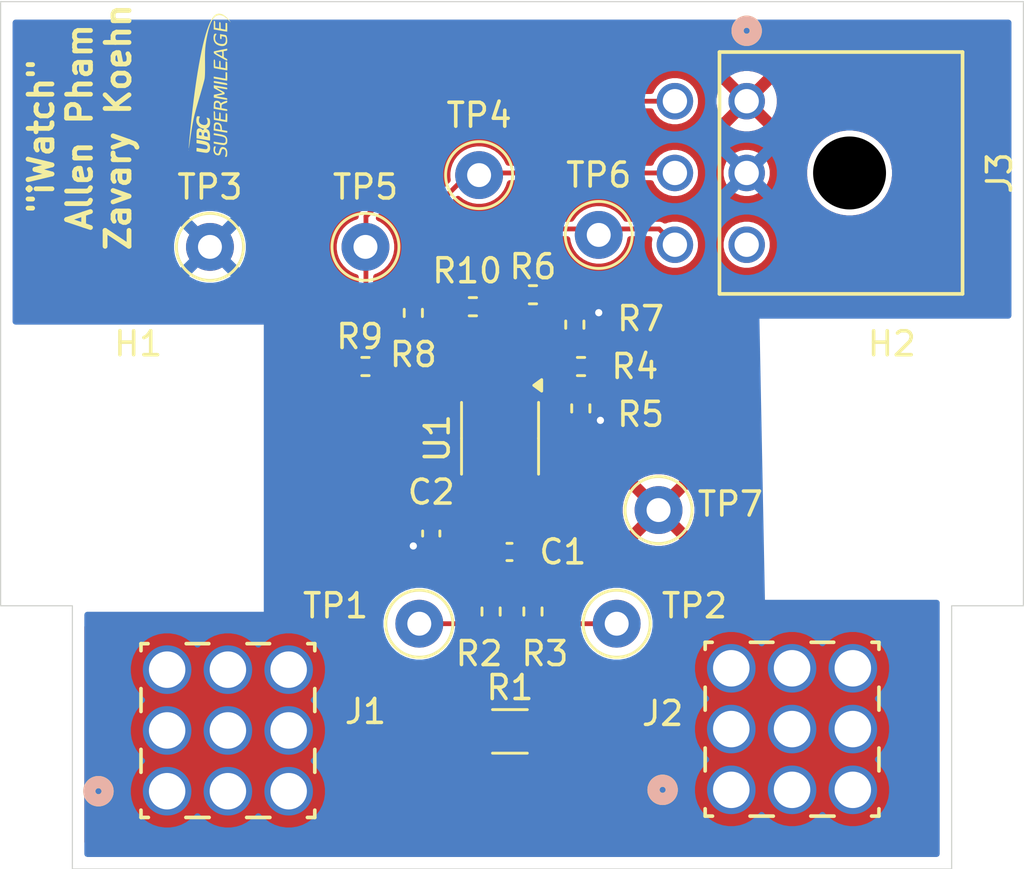
<source format=kicad_pcb>
(kicad_pcb (version 20241229) (generator "pcbnew") (generator_version "9.0")
  (layers (0 "F.Cu" signal) (2 "B.Cu" signal) (13 "F.Paste" user) (15 "B.Paste" user) (5 "F.SilkS" user "F.Silkscreen") (7 "B.SilkS" user "B.Silkscreen") (1 "F.Mask" user) (3 "B.Mask" user) (25 "Edge.Cuts" user))
  (net 0 "")
  (net 1 "GND")
  (net 2 "Net-(U1-Vin-)")
  (net 3 "Net-(U1-Vin+)")
  (net 4 "+3.3V")
  (net 5 "/IN+")
  (net 6 "/IN-")
  (net 7 "Net-(U1-A1)")
  (net 8 "Net-(U1-A0)")
  (net 9 "Net-(J3-Pin_6)")
  (net 10 "Net-(J3-Pin_5)")
  (net 12 "Net-(J3-Pin_4)")
  (footprint "TestPoint:TestPoint_Keystone_5000-5004_Miniature" (layer "F.Cu") (at 142.5 102.75)
    (property "Reference" "TP7" (at 3 -0.25 0) (layer "F.SilkS"))
    (property "Value" "3.3V")
    (pad "1" thru_hole circle (at 0 0) (size 2 2) (drill 1) (layers "*.Cu" "*.Mask") (net 4 "+3.3V"))
  )
  (footprint "MountingHole:MountingHole_4.3mm_M4_DIN965" (layer "F.Cu") (at 152.25 100.5)
    (property "Reference" "H2" (at 0 -4.7 0) (layer "F.SilkS"))
    (property "Value" "MountingHole")
    (pad "" np_thru_hole circle (at 0 0) (size 4.3 4.3) (drill 4.3) (layers "*.Cu" "*.Mask"))
  )
  (footprint "Package_SO:VSSOP-10_3x3mm_P0.5mm" (layer "F.Cu") (at 135.875 99.75 -90)
    (property "Reference" "U1" (at 0 2.625 90) (layer "F.SilkS"))
    (property "Value" "INA228")
    (pad "1" smd roundrect (at -2.2 -1 270) (size 1.45 0.3) (layers "F.Cu" "F.Mask" "F.Paste") (net 7 "Net-(U1-A1)"))
    (pad "2" smd roundrect (at -2.2 -0.5 270) (size 1.45 0.3) (layers "F.Cu" "F.Mask" "F.Paste") (net 8 "Net-(U1-A0)"))
    (pad "3" smd roundrect (at -2.2 0 270) (size 1.45 0.3) (layers "F.Cu" "F.Mask" "F.Paste") (net 9 "Net-(J3-Pin_6)"))
    (pad "4" smd roundrect (at -2.2 0.5 270) (size 1.45 0.3) (layers "F.Cu" "F.Mask" "F.Paste") (net 10 "Net-(J3-Pin_5)"))
    (pad "5" smd roundrect (at -2.2 1 270) (size 1.45 0.3) (layers "F.Cu" "F.Mask" "F.Paste") (net 12 "Net-(J3-Pin_4)"))
    (pad "6" smd roundrect (at 2.2 1 270) (size 1.45 0.3) (layers "F.Cu" "F.Mask" "F.Paste") (net 4 "+3.3V"))
    (pad "7" smd roundrect (at 2.2 0.5 270) (size 1.45 0.3) (layers "F.Cu" "F.Mask" "F.Paste") (net 1 "GND"))
    (pad "8" smd roundrect (at 2.2 0 270) (size 1.45 0.3) (layers "F.Cu" "F.Mask" "F.Paste") (net 5 "/IN+"))
    (pad "9" smd roundrect (at 2.2 -0.5 270) (size 1.45 0.3) (layers "F.Cu" "F.Mask" "F.Paste") (net 2 "Net-(U1-Vin-)"))
    (pad "10" smd roundrect (at 2.2 -1 270) (size 1.45 0.3) (layers "F.Cu" "F.Mask" "F.Paste") (net 3 "Net-(U1-Vin+)"))
  )
  (footprint "Resistor_SMD:R_0402_1005Metric" (layer "F.Cu") (at 134.74 94.25 180)
    (property "Reference" "R10" (at 0.24 1.5 0) (layer "F.SilkS"))
    (property "Value" "10K")
    (pad "1" smd roundrect (at -0.51 0 180) (size 0.54 0.64) (layers "F.Cu" "F.Mask" "F.Paste") (net 9 "Net-(J3-Pin_6)"))
    (pad "2" smd roundrect (at 0.51 0 180) (size 0.54 0.64) (layers "F.Cu" "F.Mask" "F.Paste") (net 4 "+3.3V"))
  )
  (footprint "TestPoint:TestPoint_Keystone_5000-5004_Miniature" (layer "F.Cu") (at 140 91.25)
    (property "Reference" "TP6" (at 0 -2.5 0) (layer "F.SilkS"))
    (property "Value" "Alert")
    (pad "1" thru_hole circle (at 0 0) (size 2 2) (drill 1) (layers "*.Cu" "*.Mask") (net 9 "Net-(J3-Pin_6)"))
  )
  (footprint "ul_7461096:CONN9_1096_WRE" (layer "F.Cu") (at 121.96 114.5)
    (property "Reference" "J1" (at 8.29 -3.331327 0) (layer "F.SilkS"))
    (property "Value" "7461096")
    (pad "1" thru_hole circle (at 0 0) (size 2.032 2.032) (drill 1.524) (layers "*.Cu" "*.Mask") (net 5 "/IN+"))
    (pad "2" thru_hole circle (at 2.54 0) (size 2.032 2.032) (drill 1.524) (layers "*.Cu" "*.Mask") (net 5 "/IN+"))
    (pad "3" thru_hole circle (at 5.08 0) (size 2.032 2.032) (drill 1.524) (layers "*.Cu" "*.Mask") (net 5 "/IN+"))
    (pad "4" thru_hole circle (at 0 -2.54) (size 2.032 2.032) (drill 1.524) (layers "*.Cu" "*.Mask") (net 5 "/IN+"))
    (pad "5" thru_hole circle (at 2.54 -2.54) (size 2.032 2.032) (drill 1.524) (layers "*.Cu" "*.Mask") (net 5 "/IN+"))
    (pad "6" thru_hole circle (at 5.08 -2.54) (size 2.032 2.032) (drill 1.524) (layers "*.Cu" "*.Mask") (net 5 "/IN+"))
    (pad "7" thru_hole circle (at 0 -5.08) (size 2.032 2.032) (drill 1.524) (layers "*.Cu" "*.Mask") (net 5 "/IN+"))
    (pad "8" thru_hole circle (at 2.54 -5.08) (size 2.032 2.032) (drill 1.524) (layers "*.Cu" "*.Mask") (net 5 "/IN+"))
    (pad "9" thru_hole circle (at 5.08 -5.08) (size 2.032 2.032) (drill 1.524) (layers "*.Cu" "*.Mask") (net 5 "/IN+"))
  )
  (footprint "TestPoint:TestPoint_Keystone_5000-5004_Miniature" (layer "F.Cu") (at 123.75 91.75)
    (property "Reference" "TP3" (at 0 -2.5 0) (layer "F.SilkS"))
    (property "Value" "GND")
    (pad "1" thru_hole circle (at 0 0) (size 2 2) (drill 1) (layers "*.Cu" "*.Mask") (net 1 "GND"))
  )
  (footprint "ul_7461096:CONN9_1096_WRE" (layer "F.Cu") (at 145.5395 114.4431)
    (property "Reference" "J2" (at -2.8702 -3.1931 0) (layer "F.SilkS"))
    (property "Value" "7461096")
    (pad "1" thru_hole circle (at 0 0) (size 2.032 2.032) (drill 1.524) (layers "*.Cu" "*.Mask") (net 6 "/IN-"))
    (pad "2" thru_hole circle (at 2.54 0) (size 2.032 2.032) (drill 1.524) (layers "*.Cu" "*.Mask") (net 6 "/IN-"))
    (pad "3" thru_hole circle (at 5.08 0) (size 2.032 2.032) (drill 1.524) (layers "*.Cu" "*.Mask") (net 6 "/IN-"))
    (pad "4" thru_hole circle (at 0 -2.54) (size 2.032 2.032) (drill 1.524) (layers "*.Cu" "*.Mask") (net 6 "/IN-"))
    (pad "5" thru_hole circle (at 2.54 -2.54) (size 2.032 2.032) (drill 1.524) (layers "*.Cu" "*.Mask") (net 6 "/IN-"))
    (pad "6" thru_hole circle (at 5.08 -2.54) (size 2.032 2.032) (drill 1.524) (layers "*.Cu" "*.Mask") (net 6 "/IN-"))
    (pad "7" thru_hole circle (at 0 -5.08) (size 2.032 2.032) (drill 1.524) (layers "*.Cu" "*.Mask") (net 6 "/IN-"))
    (pad "8" thru_hole circle (at 2.54 -5.08) (size 2.032 2.032) (drill 1.524) (layers "*.Cu" "*.Mask") (net 6 "/IN-"))
    (pad "9" thru_hole circle (at 5.08 -5.08) (size 2.032 2.032) (drill 1.524) (layers "*.Cu" "*.Mask") (net 6 "/IN-"))
  )
  (footprint "Resistor_SMD:R_0402_1005Metric" (layer "F.Cu") (at 137.25 106.99 90)
    (property "Reference" "R3" (at -1.76 0.5 180) (layer "F.SilkS"))
    (property "Value" "1.59")
    (pad "1" smd roundrect (at -0.51 0 90) (size 0.54 0.64) (layers "F.Cu" "F.Mask" "F.Paste") (net 6 "/IN-"))
    (pad "2" smd roundrect (at 0.51 0 90) (size 0.54 0.64) (layers "F.Cu" "F.Mask" "F.Paste") (net 2 "Net-(U1-Vin-)"))
  )
  (footprint "Capacitor_SMD:C_0402_1005Metric" (layer "F.Cu") (at 136.27 104.5)
    (property "Reference" "C1" (at 2.23 0 0) (layer "F.SilkS"))
    (property "Value" "0.1uF")
    (pad "1" smd roundrect (at -0.48 0) (size 0.56 0.62) (layers "F.Cu" "F.Mask" "F.Paste") (net 3 "Net-(U1-Vin+)"))
    (pad "2" smd roundrect (at 0.48 0) (size 0.56 0.62) (layers "F.Cu" "F.Mask" "F.Paste") (net 2 "Net-(U1-Vin-)"))
  )
  (footprint "TestPoint:TestPoint_Keystone_5000-5004_Miniature" (layer "F.Cu") (at 130.25 91.75)
    (property "Reference" "TP5" (at 0 -2.5 0) (layer "F.SilkS"))
    (property "Value" "SCL")
    (pad "1" thru_hole circle (at 0 0) (size 2 2) (drill 1) (layers "*.Cu" "*.Mask") (net 12 "Net-(J3-Pin_4)"))
  )
  (footprint "Resistor_SMD:R_0402_1005Metric" (layer "F.Cu") (at 139 95 90)
    (property "Reference" "R7" (at 0.25 2.75 180) (layer "F.SilkS"))
    (property "Value" "0R")
    (pad "1" smd roundrect (at -0.51 0 90) (size 0.54 0.64) (layers "F.Cu" "F.Mask" "F.Paste") (net 8 "Net-(U1-A0)"))
    (pad "2" smd roundrect (at 0.51 0 90) (size 0.54 0.64) (layers "F.Cu" "F.Mask" "F.Paste") (net 1 "GND"))
  )
  (footprint "Capacitor_SMD:C_0402_1005Metric" (layer "F.Cu") (at 133 103.73 -90)
    (property "Reference" "C2" (at -1.73 0 180) (layer "F.SilkS"))
    (property "Value" "0.1uF")
    (pad "1" smd roundrect (at -0.48 0 270) (size 0.56 0.62) (layers "F.Cu" "F.Mask" "F.Paste") (net 4 "+3.3V"))
    (pad "2" smd roundrect (at 0.48 0 270) (size 0.56 0.62) (layers "F.Cu" "F.Mask" "F.Paste") (net 1 "GND"))
  )
  (footprint "TestPoint:TestPoint_Keystone_5000-5004_Miniature" (layer "F.Cu") (at 135 88.75)
    (property "Reference" "TP4" (at 0 -2.5 0) (layer "F.SilkS"))
    (property "Value" "SDA")
    (pad "1" thru_hole circle (at 0 0) (size 2 2) (drill 1) (layers "*.Cu" "*.Mask") (net 10 "Net-(J3-Pin_5)"))
  )
  (footprint "footprints:CONN_2125280000_06_MOL" (layer "F.Cu") (at 146.182999 85.660401 90)
    (property "Reference" "J3" (at -2.999999 10.567001 90) (layer "F.SilkS"))
    (property "Value" "Conn_01x06_Pin")
    (pad "" np_thru_hole circle (at -2.999999 4.300002 90) (size 3.048 3.048) (drill 3.048) (layers))
    (pad "1" thru_hole circle (at 0 0 90) (size 1.524 1.524) (drill 1.016) (layers "*.Cu" "*.Mask") (net 4 "+3.3V"))
    (pad "2" thru_hole circle (at -2.999999 0 90) (size 1.524 1.524) (drill 1.016) (layers "*.Cu" "*.Mask") (net 1 "GND"))
    (pad "3" thru_hole circle (at -5.999998 0 90) (size 1.524 1.524) (drill 1.016) (layers "*.Cu" "*.Mask"))
    (pad "4" thru_hole circle (at 0 -2.999999 90) (size 1.524 1.524) (drill 1.016) (layers "*.Cu" "*.Mask") (net 12 "Net-(J3-Pin_4)"))
    (pad "5" thru_hole circle (at -2.999999 -2.999999 90) (size 1.524 1.524) (drill 1.016) (layers "*.Cu" "*.Mask") (net 10 "Net-(J3-Pin_5)"))
    (pad "6" thru_hole circle (at -5.999998 -2.999999 90) (size 1.524 1.524) (drill 1.016) (layers "*.Cu" "*.Mask") (net 9 "Net-(J3-Pin_6)"))
  )
  (footprint "Resistor_SMD:R_0402_1005Metric" (layer "F.Cu") (at 137.25 93.75)
    (property "Reference" "R6" (at 0 -1.17 0) (layer "F.SilkS"))
    (property "Value" "0R")
    (pad "1" smd roundrect (at -0.51 0) (size 0.54 0.64) (layers "F.Cu" "F.Mask" "F.Paste") (net 4 "+3.3V"))
    (pad "2" smd roundrect (at 0.51 0) (size 0.54 0.64) (layers "F.Cu" "F.Mask" "F.Paste") (net 8 "Net-(U1-A0)"))
  )
  (footprint "Resistor_SMD:R_0402_1005Metric" (layer "F.Cu") (at 139.25 98.5 -90)
    (property "Reference" "R5" (at 0.25 -2.5 180) (layer "F.SilkS"))
    (property "Value" "0R")
    (pad "1" smd roundrect (at -0.51 0 270) (size 0.54 0.64) (layers "F.Cu" "F.Mask" "F.Paste") (net 7 "Net-(U1-A1)"))
    (pad "2" smd roundrect (at 0.51 0 270) (size 0.54 0.64) (layers "F.Cu" "F.Mask" "F.Paste") (net 1 "GND"))
  )
  (footprint "Resistor_SMD:R_1206_3216Metric" (layer "F.Cu") (at 136.2875 112)
    (property "Reference" "R1" (at 0 -1.83 0) (layer "F.SilkS"))
    (property "Value" "5.5m")
    (pad "1" smd roundrect (at -1.4625 0) (size 1.125 1.75) (layers "F.Cu" "F.Mask" "F.Paste") (roundrect_rratio 0.222222) (net 5 "/IN+"))
    (pad "2" smd roundrect (at 1.4625 0) (size 1.125 1.75) (layers "F.Cu" "F.Mask" "F.Paste") (roundrect_rratio 0.222222) (net 6 "/IN-"))
  )
  (footprint "MountingHole:MountingHole_4.3mm_M4_DIN965" (layer "F.Cu") (at 120.75 100.5)
    (property "Reference" "H1" (at 0 -4.7 0) (layer "F.SilkS"))
    (property "Value" "MountingHole")
    (pad "" np_thru_hole circle (at 0 0) (size 4.3 4.3) (drill 4.3) (layers "*.Cu" "*.Mask"))
  )
  (footprint "TestPoint:TestPoint_Keystone_5000-5004_Miniature" (layer "F.Cu") (at 132.5 107.5)
    (property "Reference" "TP1" (at -3.5 -0.75 0) (layer "F.SilkS"))
    (property "Value" "IN+")
    (pad "1" thru_hole circle (at 0 0) (size 2 2) (drill 1) (layers "*.Cu" "*.Mask") (net 5 "/IN+"))
  )
  (footprint "Resistor_SMD:R_0402_1005Metric" (layer "F.Cu") (at 132.25 94.51 -90)
    (property "Reference" "R8" (at 1.74 0 0) (layer "F.SilkS"))
    (property "Value" "10K")
    (pad "1" smd roundrect (at -0.51 0 270) (size 0.54 0.64) (layers "F.Cu" "F.Mask" "F.Paste") (net 10 "Net-(J3-Pin_5)"))
    (pad "2" smd roundrect (at 0.51 0 270) (size 0.54 0.64) (layers "F.Cu" "F.Mask" "F.Paste") (net 4 "+3.3V"))
  )
  (footprint "Resistor_SMD:R_0402_1005Metric" (layer "F.Cu") (at 130.25 96.75 180)
    (property "Reference" "R9" (at 0.24 1.25 0) (layer "F.SilkS"))
    (property "Value" "10K")
    (pad "1" smd roundrect (at -0.51 0 180) (size 0.54 0.64) (layers "F.Cu" "F.Mask" "F.Paste") (net 12 "Net-(J3-Pin_4)"))
    (pad "2" smd roundrect (at 0.51 0 180) (size 0.54 0.64) (layers "F.Cu" "F.Mask" "F.Paste") (net 4 "+3.3V"))
  )
  (footprint "Resistor_SMD:R_0402_1005Metric" (layer "F.Cu") (at 139.26 96.75 180)
    (property "Reference" "R4" (at -2.25 0 0) (layer "F.SilkS"))
    (property "Value" "0R")
    (pad "1" smd roundrect (at -0.51 0 180) (size 0.54 0.64) (layers "F.Cu" "F.Mask" "F.Paste") (net 4 "+3.3V"))
    (pad "2" smd roundrect (at 0.51 0 180) (size 0.54 0.64) (layers "F.Cu" "F.Mask" "F.Paste") (net 7 "Net-(U1-A1)"))
  )
  (footprint "LOGO" (layer "F.Cu") (at 123.75 85 90)
    (property "Reference" "G***" (hide yes))
    (property "Value" "LOGO" (hide yes))
  )
  (footprint "TestPoint:TestPoint_Keystone_5000-5004_Miniature" (layer "F.Cu") (at 140.75 107.5)
    (property "Reference" "TP2" (at 3.25 -0.75 0) (layer "F.SilkS"))
    (property "Value" "IN-")
    (pad "1" thru_hole circle (at 0 0) (size 2 2) (drill 1) (layers "*.Cu" "*.Mask") (net 6 "/IN-"))
  )
  (footprint "Resistor_SMD:R_0402_1005Metric" (layer "F.Cu") (at 135.5 106.99 90)
    (property "Reference" "R2" (at -1.76 -0.5 180) (layer "F.SilkS"))
    (property "Value" "1.59")
    (pad "1" smd roundrect (at -0.51 0 90) (size 0.54 0.64) (layers "F.Cu" "F.Mask" "F.Paste") (net 5 "/IN+"))
    (pad "2" smd roundrect (at 0.51 0 90) (size 0.54 0.64) (layers "F.Cu" "F.Mask" "F.Paste") (net 3 "Net-(U1-Vin+)"))
  )
  (gr_poly (pts (xy 157.75 106.75) (xy 157.75 95) (xy 157.75 81.5) (xy 115 81.5) (xy 115 95.5) (xy 115 106.75) (xy 118 106.75) (xy 118 117.75) (xy 154.75 117.75) (xy 154.75 106.75)) (stroke (width 0.05)) (fill no) (layer "Edge.Cuts"))
  (gr_text "{dblquote}iWatch{dblquote} \nAllen Pham\nZavary Koehn\n" (at 120.5 86.75 90) (layer "F.SilkS") (effects (font (size 1 1) (thickness 0.2) (bold yes)) (justify bottom)))
  (segment (start 139.26 99) (end 139.25 99.01) (width 0.2) (layer "F.Cu") (net 1))
  (segment (start 133 104.21) (end 134.04 104.21) (width 0.2) (layer "F.Cu") (net 1))
  (segment (start 132.29 104.21) (end 132.25 104.25) (width 0.2) (layer "F.Cu") (net 1))
  (segment (start 139 94.49) (end 139.99 94.49) (width 0.2) (layer "F.Cu") (net 1))
  (segment (start 134.04 104.21) (end 135.375 102.875) (width 0.2) (layer "F.Cu") (net 1))
  (segment (start 133 104.21) (end 132.29 104.21) (width 0.2) (layer "F.Cu") (net 1))
  (segment (start 140.07 99) (end 139.26 99) (width 0.2) (layer "F.Cu") (net 1))
  (segment (start 135.375 102.875) (end 135.375 101.95) (width 0.2) (layer "F.Cu") (net 1))
  (segment (start 139.99 94.49) (end 140 94.5) (width 0.2) (layer "F.Cu") (net 1))
  (via (at 140.07 99) (size 0.6) (drill 0.3) (layers "F.Cu" "B.Cu") (net 1))
  (via (at 132.25 104.25) (size 0.6) (drill 0.3) (layers "F.Cu" "B.Cu") (net 1))
  (via (at 140 94.5) (size 0.6) (drill 0.3) (layers "F.Cu" "B.Cu") (net 1))
  (segment (start 137.25 105) (end 136.75 104.5) (width 0.2) (layer "F.Cu") (net 2))
  (segment (start 136.642176 100.924) (end 136.375 101.191176) (width 0.2) (layer "F.Cu") (net 2))
  (segment (start 137.107824 100.924) (end 136.642176 100.924) (width 0.2) (layer "F.Cu") (net 2))
  (segment (start 137.25 106.48) (end 137.25 105) (width 0.2) (layer "F.Cu") (net 2))
  (segment (start 137.326 103.924) (end 137.326 101.142176) (width 0.2) (layer "F.Cu") (net 2))
  (segment (start 136.375 101.191176) (end 136.375 101.95) (width 0.2) (layer "F.Cu") (net 2))
  (segment (start 137.326 101.142176) (end 137.107824 100.924) (width 0.2) (layer "F.Cu") (net 2))
  (segment (start 136.75 104.5) (end 137.326 103.924) (width 0.2) (layer "F.Cu") (net 2))
  (segment (start 135.5 106.48) (end 135.5 104.79) (width 0.2) (layer "F.Cu") (net 3))
  (segment (start 135.5 104.79) (end 135.79 104.5) (width 0.2) (layer "F.Cu") (net 3))
  (segment (start 136.875 103.415) (end 136.875 101.95) (width 0.2) (layer "F.Cu") (net 3))
  (segment (start 135.79 104.5) (end 136.875 103.415) (width 0.2) (layer "F.Cu") (net 3))
  (segment (start 134.5 106.5) (end 134.5 104.3171) (width 0.2) (layer "F.Cu") (net 5))
  (segment (start 134.5 104.3171) (end 135.875 102.9421) (width 0.2) (layer "F.Cu") (net 5))
  (segment (start 134.825 112) (end 135.5 112) (width 0.2) (layer "F.Cu") (net 5))
  (segment (start 135.5 107.5) (end 134.5 106.5) (width 0.2) (layer "F.Cu") (net 5))
  (segment (start 134.575 111.75) (end 134.825 112) (width 0.2) (layer "F.Cu") (net 5))
  (segment (start 135.875 102.9421) (end 135.875 101.95) (width 0.2) (layer "F.Cu") (net 5))
  (segment (start 135.5 112) (end 136 111.5) (width 0.2) (layer "F.Cu") (net 5))
  (segment (start 136 108) (end 135.5 107.5) (width 0.2) (layer "F.Cu") (net 5))
  (segment (start 135.5 107.5) (end 132.5 107.5) (width 0.2) (layer "F.Cu") (net 5))
  (segment (start 136 111.5) (end 136 108) (width 0.2) (layer "F.Cu") (net 5))
  (segment (start 137 107.5) (end 137.25 107.5) (width 0.2) (layer "F.Cu") (net 6))
  (segment (start 136.75 112) (end 136.5 111.75) (width 0.2) (layer "F.Cu") (net 6))
  (segment (start 137.75 112) (end 136.75 112) (width 0.2) (layer "F.Cu") (net 6))
  (segment (start 140.75 106.75) (end 140.25 106.75) (width 0.2) (layer "F.Cu") (net 6))
  (segment (start 136.5 108) (end 137 107.5) (width 0.2) (layer "F.Cu") (net 6))
  (segment (start 137.25 107.5) (end 140.75 107.5) (width 0.2) (layer "F.Cu") (net 6))
  (segment (start 136.5 111.75) (end 136.5 108) (width 0.2) (layer "F.Cu") (net 6))
  (segment (start 137.315 97.99) (end 139.25 97.99) (width 0.2) (layer "F.Cu") (net 7))
  (segment (start 137 96.75) (end 138.75 96.75) (width 0.2) (layer "F.Cu") (net 7))
  (segment (start 136.875 96.875) (end 137 96.75) (width 0.2) (layer "F.Cu") (net 7))
  (segment (start 136.875 97.55) (end 136.875 96.875) (width 0.2) (layer "F.Cu") (net 7))
  (segment (start 136.875 97.55) (end 137.315 97.99) (width 0.2) (layer "F.Cu") (net 7))
  (segment (start 137.666176 95.5) (end 138.99 95.5) (width 0.2) (layer "F.Cu") (net 8))
  (segment (start 136.375 95.135) (end 137.76 93.75) (width 0.2) (layer "F.Cu") (net 8))
  (segment (start 136.375 97.55) (end 136.375 95.135) (width 0.2) (layer "F.Cu") (net 8))
  (segment (start 137.885 93.875) (end 137.76 93.75) (width 0.2) (layer "F.Cu") (net 8))
  (segment (start 136.375 97.55) (end 136.375 96.791176) (width 0.2) (layer "F.Cu") (net 8))
  (segment (start 136.375 96.791176) (end 137.666176 95.5) (width 0.2) (layer "F.Cu") (net 8))
  (segment (start 142.522601 91) (end 143.183 91.660399) (width 0.2) (layer "F.Cu") (net 9))
  (segment (start 135.875 97.55) (end 135.875 96.724076) (width 0.2) (layer "F.Cu") (net 9))
  (segment (start 135.25 92.5) (end 136.75 91) (width 0.2) (layer "F.Cu") (net 9))
  (segment (start 135.25 96.099076) (end 135.25 94.25) (width 0.2) (layer "F.Cu") (net 9))
  (segment (start 135.25 94.25) (end 135.25 92.5) (width 0.2) (layer "F.Cu") (net 9))
  (segment (start 135.875 96.724076) (end 135.25 96.099076) (width 0.2) (layer "F.Cu") (net 9))
  (segment (start 136.75 91) (end 142.522601 91) (width 0.2) (layer "F.Cu") (net 9))
  (segment (start 134.5896 88.6604) (end 143.183 88.6604) (width 0.2) (layer "F.Cu") (net 10))
  (segment (start 132.25 94) (end 132.25 91) (width 0.2) (layer "F.Cu") (net 10))
  (segment (start 134.75 96.5) (end 132.25 94) (width 0.2) (layer "F.Cu") (net 10))
  (segment (start 132.25 91) (end 134.5896 88.6604) (width 0.2) (layer "F.Cu") (net 10))
  (segment (start 135.375 97.55) (end 135.375 96.791176) (width 0.2) (layer "F.Cu") (net 10))
  (segment (start 135.083824 96.5) (end 134.75 96.5) (width 0.2) (layer "F.Cu") (net 10))
  (segment (start 135.375 96.791176) (end 135.083824 96.5) (width 0.2) (layer "F.Cu") (net 10))
  (segment (start 130.27 95) (end 130.27 90.48) (width 0.2) (layer "F.Cu") (net 12))
  (segment (start 131.5 97.5) (end 130.27 96.27) (width 0.2) (layer "F.Cu") (net 12))
  (segment (start 134.875 97.55) (end 134.825 97.5) (width 0.2) (layer "F.Cu") (net 12))
  (segment (start 130.27 96.27) (end 130.27 95) (width 0.2) (layer "F.Cu") (net 12))
  (segment (start 135.089599 85.660401) (end 143.183 85.660401) (width 0.2) (layer "F.Cu") (net 12))
  (segment (start 130.27 90.48) (end 135.089599 85.660401) (width 0.2) (layer "F.Cu") (net 12))
  (segment (start 134.825 97.5) (end 131.5 97.5) (width 0.2) (layer "F.Cu") (net 12))
  (zone (net 4) (net_name "+3.3V") (layer "F.Cu") (priority 2) (connect_pads (clearance 0)) (min_thickness 0.25) (fill yes (thermal_gap 0.5) (thermal_bridge_width 0.5))
    (polygon (pts (xy 155.75 83) (xy 127.75 83) (xy 127.75 105.733766) (xy 145.75 105.5) (xy 145.75 94.25) (xy 155.5 94.25)))
  )
  (zone (net 6) (net_name "/IN-") (layer "F.Cu") (priority 1) (connect_pads yes (clearance 0.5)) (min_thickness 0.25) (fill yes (thermal_gap 0.5) (thermal_bridge_width 0.5))
    (polygon (pts (xy 153.25 107.75) (xy 143 107.75) (xy 143 109.75) (xy 136.75 109.75) (xy 136.75 117) (xy 153.25 117)))
  )
  (zone (net 5) (net_name "/IN+") (layer "F.Cu") (connect_pads yes (clearance 0.5)) (min_thickness 0.25) (fill yes (thermal_gap 0.5) (thermal_bridge_width 0.5))
    (polygon (pts (xy 118.5 107.5) (xy 129.75 107.5) (xy 129.75 109.75) (xy 135.75 109.75) (xy 135.75 117.003676) (xy 118.5 116.75)))
  )
  (zone (net 0) (net_name "") (layers "F.Cu" "B.Cu") (connect_pads (clearance 0)) (min_thickness 0.25)
    (keepout (tracks allowed) (vias allowed) (pads allowed) (copperpour not_allowed) (footprints allowed))
    (fill (thermal_gap 0.5) (thermal_bridge_width 0.5))
    (polygon (pts (xy 115.75 95.155039) (xy 125.5 95.155039) (xy 125.5 106.405039) (xy 115.75 106.405039)))
  )
  (zone (net 0) (net_name "") (layers "F.Cu" "B.Cu") (connect_pads (clearance 0)) (min_thickness 0.25)
    (keepout (tracks allowed) (vias allowed) (pads allowed) (copperpour not_allowed) (footprints allowed))
    (fill (thermal_gap 0.5) (thermal_bridge_width 0.5))
    (polygon (pts (xy 157 94.75) (xy 157.250462 105.519873) (xy 147.059335 105.25) (xy 146.965686 94.75)))
  )
  (zone (net 1) (net_name "GND") (layer "B.Cu") (priority 3) (connect_pads (clearance 0.5)) (min_thickness 0.25) (fill yes (thermal_gap 0.5) (thermal_bridge_width 0.5))
    (polygon (pts (xy 115.5 82.25) (xy 157.75 82.25) (xy 157.75 94.75) (xy 146.715686 94.75) (xy 146.946078 106.5) (xy 154.25 106.5) (xy 154.25 117.5) (xy 118.5 117.5) (xy 118.5 107) (xy 126 107) (xy 126 95) (xy 115.5 95)))
  )
)
</source>
